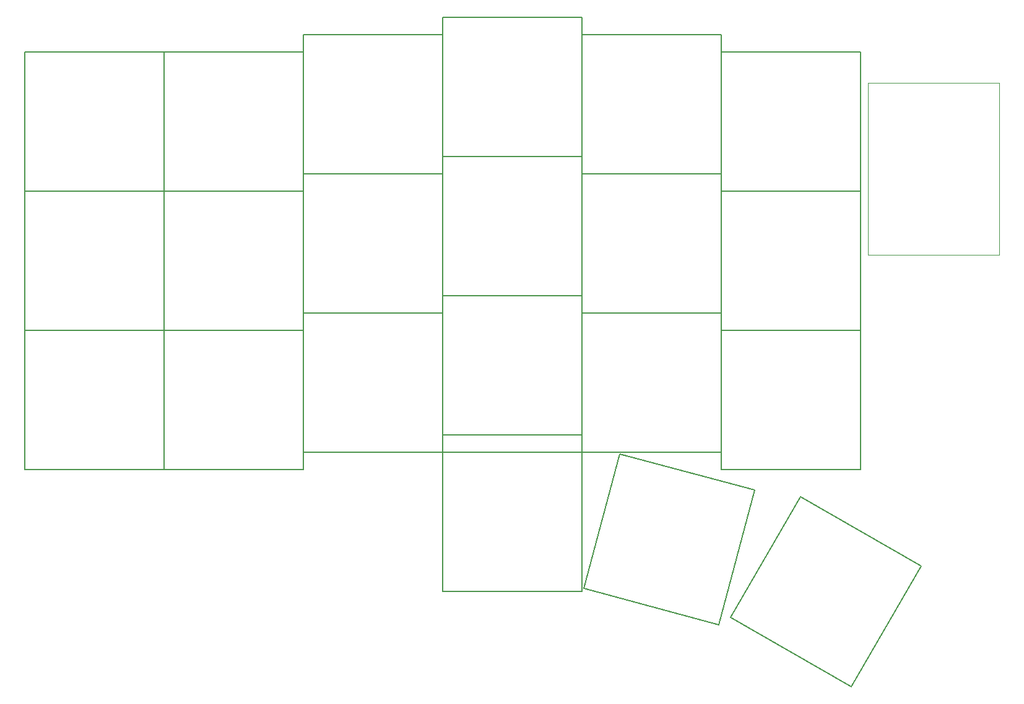
<source format=gbr>
G04 #@! TF.GenerationSoftware,KiCad,Pcbnew,8.0.4*
G04 #@! TF.CreationDate,2024-09-10T22:18:46+03:00*
G04 #@! TF.ProjectId,muikku42,6d75696b-6b75-4343-922e-6b696361645f,rev?*
G04 #@! TF.SameCoordinates,Original*
G04 #@! TF.FileFunction,OtherDrawing,Comment*
%FSLAX46Y46*%
G04 Gerber Fmt 4.6, Leading zero omitted, Abs format (unit mm)*
G04 Created by KiCad (PCBNEW 8.0.4) date 2024-09-10 22:18:46*
%MOMM*%
%LPD*%
G01*
G04 APERTURE LIST*
%ADD10C,0.150000*%
%ADD11C,0.120000*%
G04 APERTURE END LIST*
D10*
G04 #@! TO.C,S5*
X123850000Y-45218750D02*
X142900000Y-45218750D01*
X123850000Y-64268750D02*
X123850000Y-45218750D01*
X142900000Y-45218750D02*
X142900000Y-64268750D01*
X142900000Y-64268750D02*
X123850000Y-64268750D01*
G04 #@! TO.C,S11*
X123850000Y-64268750D02*
X142900000Y-64268750D01*
X123850000Y-83318750D02*
X123850000Y-64268750D01*
X142900000Y-64268750D02*
X142900000Y-83318750D01*
X142900000Y-83318750D02*
X123850000Y-83318750D01*
G04 #@! TO.C,S7*
X47650000Y-66650000D02*
X66700000Y-66650000D01*
X47650000Y-85700000D02*
X47650000Y-66650000D01*
X66700000Y-66650000D02*
X66700000Y-85700000D01*
X66700000Y-85700000D02*
X47650000Y-85700000D01*
G04 #@! TO.C,S15*
X85750000Y-83318750D02*
X104800000Y-83318750D01*
X85750000Y-102368750D02*
X85750000Y-83318750D01*
X104800000Y-83318750D02*
X104800000Y-102368750D01*
X104800000Y-102368750D02*
X85750000Y-102368750D01*
G04 #@! TO.C,S4*
X104800000Y-42837500D02*
X123850000Y-42837500D01*
X104800000Y-61887500D02*
X104800000Y-42837500D01*
X123850000Y-42837500D02*
X123850000Y-61887500D01*
X123850000Y-61887500D02*
X104800000Y-61887500D01*
G04 #@! TO.C,S18*
X142900000Y-85700000D02*
X161950000Y-85700000D01*
X142900000Y-104750000D02*
X142900000Y-85700000D01*
X161950000Y-85700000D02*
X161950000Y-104750000D01*
X161950000Y-104750000D02*
X142900000Y-104750000D01*
G04 #@! TO.C,S6*
X142900000Y-47600000D02*
X161950000Y-47600000D01*
X142900000Y-66650000D02*
X142900000Y-47600000D01*
X161950000Y-47600000D02*
X161950000Y-66650000D01*
X161950000Y-66650000D02*
X142900000Y-66650000D01*
G04 #@! TO.C,S17*
X123850000Y-83318750D02*
X142900000Y-83318750D01*
X123850000Y-102368750D02*
X123850000Y-83318750D01*
X142900000Y-83318750D02*
X142900000Y-102368750D01*
X142900000Y-102368750D02*
X123850000Y-102368750D01*
G04 #@! TO.C,S14*
X66700000Y-85700000D02*
X85750000Y-85700000D01*
X66700000Y-104750000D02*
X66700000Y-85700000D01*
X85750000Y-85700000D02*
X85750000Y-104750000D01*
X85750000Y-104750000D02*
X66700000Y-104750000D01*
G04 #@! TO.C,S8*
X66700000Y-66650000D02*
X85750000Y-66650000D01*
X66700000Y-85700000D02*
X66700000Y-66650000D01*
X85750000Y-66650000D02*
X85750000Y-85700000D01*
X85750000Y-85700000D02*
X66700000Y-85700000D01*
G04 #@! TO.C,S2*
X66700000Y-47600000D02*
X85750000Y-47600000D01*
X66700000Y-66650000D02*
X66700000Y-47600000D01*
X85750000Y-47600000D02*
X85750000Y-66650000D01*
X85750000Y-66650000D02*
X66700000Y-66650000D01*
G04 #@! TO.C,U1*
D11*
X162926250Y-51829375D02*
X180926250Y-51829375D01*
X180926250Y-75329375D01*
X162926250Y-75329375D01*
X162926250Y-51829375D01*
D10*
G04 #@! TO.C,S16*
X104800000Y-80937500D02*
X123850000Y-80937500D01*
X104800000Y-99987500D02*
X104800000Y-80937500D01*
X123850000Y-80937500D02*
X123850000Y-99987500D01*
X123850000Y-99987500D02*
X104800000Y-99987500D01*
G04 #@! TO.C,S10*
X104800000Y-61887500D02*
X123850000Y-61887500D01*
X104800000Y-80937500D02*
X104800000Y-61887500D01*
X123850000Y-61887500D02*
X123850000Y-80937500D01*
X123850000Y-80937500D02*
X104800000Y-80937500D01*
G04 #@! TO.C,S12*
X142900000Y-66650000D02*
X161950000Y-66650000D01*
X142900000Y-85700000D02*
X142900000Y-66650000D01*
X161950000Y-66650000D02*
X161950000Y-85700000D01*
X161950000Y-85700000D02*
X142900000Y-85700000D01*
G04 #@! TO.C,S1*
X47650000Y-47600000D02*
X66700000Y-47600000D01*
X47650000Y-66650000D02*
X47650000Y-47600000D01*
X66700000Y-47600000D02*
X66700000Y-66650000D01*
X66700000Y-66650000D02*
X47650000Y-66650000D01*
G04 #@! TO.C,S3*
X85750000Y-45218750D02*
X104800000Y-45218750D01*
X85750000Y-64268750D02*
X85750000Y-45218750D01*
X104800000Y-45218750D02*
X104800000Y-64268750D01*
X104800000Y-64268750D02*
X85750000Y-64268750D01*
G04 #@! TO.C,S13*
X47650000Y-85700000D02*
X66700000Y-85700000D01*
X47650000Y-104750000D02*
X47650000Y-85700000D01*
X66700000Y-85700000D02*
X66700000Y-104750000D01*
X66700000Y-104750000D02*
X47650000Y-104750000D01*
G04 #@! TO.C,S19*
X104800000Y-102368750D02*
X123850000Y-102368750D01*
X104800000Y-121418750D02*
X104800000Y-102368750D01*
X123850000Y-102368750D02*
X123850000Y-121418750D01*
X123850000Y-121418750D02*
X104800000Y-121418750D01*
G04 #@! TO.C,S21*
X144185259Y-124920991D02*
X153710259Y-108423207D01*
X153710259Y-108423207D02*
X170208043Y-117948207D01*
X160683043Y-134445991D02*
X144185259Y-124920991D01*
X170208043Y-117948207D02*
X160683043Y-134445991D01*
G04 #@! TO.C,S20*
X124096174Y-121017514D02*
X129026677Y-102616625D01*
X129026677Y-102616625D02*
X147427564Y-107547130D01*
X142497061Y-125948017D02*
X124096174Y-121017514D01*
X147427564Y-107547130D02*
X142497061Y-125948017D01*
G04 #@! TO.C,S9*
X85750000Y-64268750D02*
X104800000Y-64268750D01*
X85750000Y-83318750D02*
X85750000Y-64268750D01*
X104800000Y-64268750D02*
X104800000Y-83318750D01*
X104800000Y-83318750D02*
X85750000Y-83318750D01*
G04 #@! TD*
M02*

</source>
